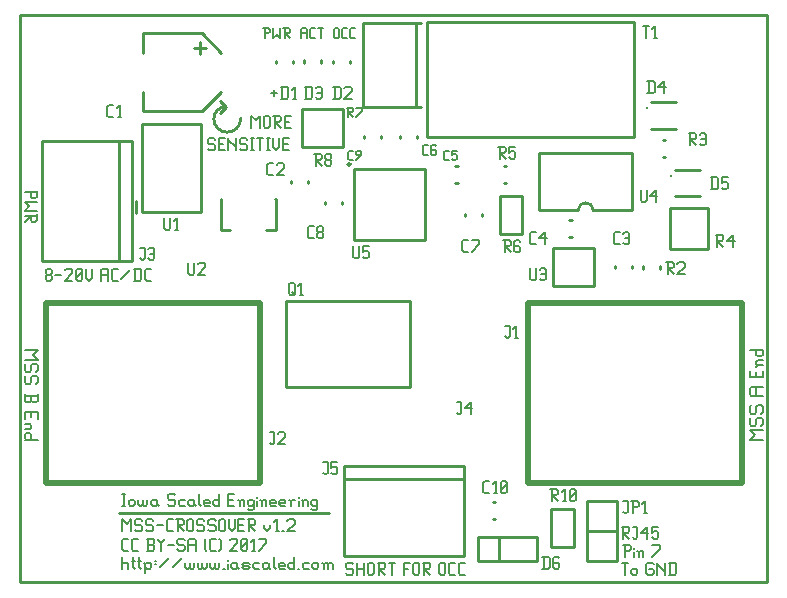
<source format=gbr>
G04 start of page 9 for group -4079 idx -4079 *
G04 Title: (unknown), topsilk *
G04 Creator: pcb 20140316 *
G04 CreationDate: Fri 02 Jun 2017 03:09:38 AM GMT UTC *
G04 For: railfan *
G04 Format: Gerber/RS-274X *
G04 PCB-Dimensions (mil): 2500.00 1900.00 *
G04 PCB-Coordinate-Origin: lower left *
%MOIN*%
%FSLAX25Y25*%
%LNTOPSILK*%
%ADD96C,0.0200*%
%ADD95C,0.0080*%
%ADD94C,0.0100*%
G54D94*X249500Y189500D02*X500D01*
Y500D01*
X69000Y159000D02*X67000Y161000D01*
X69000Y159000D02*X67000Y157000D01*
X500Y500D02*X249500D01*
Y189500D01*
X33500Y23500D02*X103500D01*
X74000Y155000D02*G75*G02X69500Y150500I-4500J0D01*G01*
G75*G02X65000Y155000I0J4500D01*G01*
G75*G02X69000Y159000I4000J0D01*G01*
G54D95*X94000Y184725D02*Y181750D01*
Y184725D02*X94425Y185150D01*
X95700D01*
X96125Y184725D01*
Y181750D01*
X94000Y183450D02*X96125D01*
X97570Y181750D02*X98845D01*
X97145Y182175D02*X97570Y181750D01*
X97145Y184725D02*Y182175D01*
Y184725D02*X97570Y185150D01*
X98845D01*
X99865D02*X101565D01*
X100715D02*Y181750D01*
X105000Y184725D02*Y182175D01*
Y184725D02*X105425Y185150D01*
X106275D01*
X106700Y184725D01*
Y182175D01*
X106275Y181750D02*X106700Y182175D01*
X105425Y181750D02*X106275D01*
X105000Y182175D02*X105425Y181750D01*
X108145D02*X109420D01*
X107720Y182175D02*X108145Y181750D01*
X107720Y184725D02*Y182175D01*
Y184725D02*X108145Y185150D01*
X109420D01*
X110865Y181750D02*X112140D01*
X110440Y182175D02*X110865Y181750D01*
X110440Y184725D02*Y182175D01*
Y184725D02*X110865Y185150D01*
X112140D01*
X81925D02*Y181750D01*
X81500Y185150D02*X83200D01*
X83625Y184725D01*
Y183875D01*
X83200Y183450D02*X83625Y183875D01*
X81925Y183450D02*X83200D01*
X84645Y185150D02*Y181750D01*
X85920Y183025D01*
X87195Y181750D01*
Y185150D02*Y181750D01*
X88215Y185150D02*X89915D01*
X90340Y184725D01*
Y183875D01*
X89915Y183450D02*X90340Y183875D01*
X88640Y183450D02*X89915D01*
X88640Y185150D02*Y181750D01*
Y183450D02*X90340Y181750D01*
X84000Y163500D02*X86000D01*
X85000Y164500D02*Y162500D01*
X77500Y156000D02*Y152000D01*
Y156000D02*X79000Y154500D01*
X80500Y156000D01*
Y152000D01*
X81700Y155500D02*Y152500D01*
Y155500D02*X82200Y156000D01*
X83200D01*
X83700Y155500D01*
Y152500D01*
X83200Y152000D02*X83700Y152500D01*
X82200Y152000D02*X83200D01*
X81700Y152500D02*X82200Y152000D01*
X84900Y156000D02*X86900D01*
X87400Y155500D01*
Y154500D01*
X86900Y154000D02*X87400Y154500D01*
X85400Y154000D02*X86900D01*
X85400Y156000D02*Y152000D01*
Y154000D02*X87400Y152000D01*
X88600Y154000D02*X90100D01*
X88600Y152000D02*X90600D01*
X88600Y156000D02*Y152000D01*
Y156000D02*X90600D01*
X65000Y148500D02*X65500Y148000D01*
X63500Y148500D02*X65000D01*
X63000Y148000D02*X63500Y148500D01*
X63000Y148000D02*Y147000D01*
X63500Y146500D01*
X65000D01*
X65500Y146000D01*
Y145000D01*
X65000Y144500D02*X65500Y145000D01*
X63500Y144500D02*X65000D01*
X63000Y145000D02*X63500Y144500D01*
X66700Y146500D02*X68200D01*
X66700Y144500D02*X68700D01*
X66700Y148500D02*Y144500D01*
Y148500D02*X68700D01*
X69900D02*Y144500D01*
Y148500D02*Y148000D01*
X72400Y145500D01*
Y148500D02*Y144500D01*
X75600Y148500D02*X76100Y148000D01*
X74100Y148500D02*X75600D01*
X73600Y148000D02*X74100Y148500D01*
X73600Y148000D02*Y147000D01*
X74100Y146500D01*
X75600D01*
X76100Y146000D01*
Y145000D01*
X75600Y144500D02*X76100Y145000D01*
X74100Y144500D02*X75600D01*
X73600Y145000D02*X74100Y144500D01*
X77300Y148500D02*X78300D01*
X77800D02*Y144500D01*
X77300D02*X78300D01*
X79500Y148500D02*X81500D01*
X80500D02*Y144500D01*
X82700Y148500D02*X83700D01*
X83200D02*Y144500D01*
X82700D02*X83700D01*
X84900Y148500D02*Y145500D01*
X85900Y144500D01*
X86900Y145500D01*
Y148500D02*Y145500D01*
X88100Y146500D02*X89600D01*
X88100Y144500D02*X90100D01*
X88100Y148500D02*Y144500D01*
Y148500D02*X90100D01*
X243600Y48000D02*X248000D01*
X243600D02*X245250Y49650D01*
X243600Y51300D01*
X248000D01*
X243600Y54820D02*X244150Y55370D01*
X243600Y54820D02*Y53170D01*
X244150Y52620D02*X243600Y53170D01*
X244150Y52620D02*X245250D01*
X245800Y53170D01*
Y54820D02*Y53170D01*
Y54820D02*X246350Y55370D01*
X247450D01*
X248000Y54820D02*X247450Y55370D01*
X248000Y54820D02*Y53170D01*
X247450Y52620D02*X248000Y53170D01*
X243600Y58890D02*X244150Y59440D01*
X243600Y58890D02*Y57240D01*
X244150Y56690D02*X243600Y57240D01*
X244150Y56690D02*X245250D01*
X245800Y57240D01*
Y58890D02*Y57240D01*
Y58890D02*X246350Y59440D01*
X247450D01*
X248000Y58890D02*X247450Y59440D01*
X248000Y58890D02*Y57240D01*
X247450Y56690D02*X248000Y57240D01*
X244150Y62740D02*X248000D01*
X244150D02*X243600Y63290D01*
Y64940D02*Y63290D01*
Y64940D02*X244150Y65490D01*
X248000D01*
X245800D02*Y62740D01*
Y70440D02*Y68790D01*
X248000Y70990D02*Y68790D01*
X243600D02*X248000D01*
X243600Y70990D02*Y68790D01*
X246350Y72860D02*X248000D01*
X246350D02*X245800Y73410D01*
Y73960D02*Y73410D01*
Y73960D02*X246350Y74510D01*
X248000D01*
X245800Y72310D02*X246350Y72860D01*
X243600Y78030D02*X248000D01*
Y77480D02*X247450Y78030D01*
X248000Y77480D02*Y76380D01*
X247450Y75830D02*X248000Y76380D01*
X246350Y75830D02*X247450D01*
X246350D02*X245800Y76380D01*
Y77480D02*Y76380D01*
Y77480D02*X246350Y78030D01*
X111000Y7000D02*X111500Y6500D01*
X109500Y7000D02*X111000D01*
X109000Y6500D02*X109500Y7000D01*
X109000Y6500D02*Y5500D01*
X109500Y5000D01*
X111000D01*
X111500Y4500D01*
Y3500D01*
X111000Y3000D02*X111500Y3500D01*
X109500Y3000D02*X111000D01*
X109000Y3500D02*X109500Y3000D01*
X112700Y7000D02*Y3000D01*
X115200Y7000D02*Y3000D01*
X112700Y5000D02*X115200D01*
X116400Y6500D02*Y3500D01*
Y6500D02*X116900Y7000D01*
X117900D01*
X118400Y6500D01*
Y3500D01*
X117900Y3000D02*X118400Y3500D01*
X116900Y3000D02*X117900D01*
X116400Y3500D02*X116900Y3000D01*
X119600Y7000D02*X121600D01*
X122100Y6500D01*
Y5500D01*
X121600Y5000D02*X122100Y5500D01*
X120100Y5000D02*X121600D01*
X120100Y7000D02*Y3000D01*
Y5000D02*X122100Y3000D01*
X123300Y7000D02*X125300D01*
X124300D02*Y3000D01*
X128300Y7000D02*Y3000D01*
Y7000D02*X130300D01*
X128300Y5000D02*X129800D01*
X131500Y6500D02*Y3500D01*
Y6500D02*X132000Y7000D01*
X133000D01*
X133500Y6500D01*
Y3500D01*
X133000Y3000D02*X133500Y3500D01*
X132000Y3000D02*X133000D01*
X131500Y3500D02*X132000Y3000D01*
X134700Y7000D02*X136700D01*
X137200Y6500D01*
Y5500D01*
X136700Y5000D02*X137200Y5500D01*
X135200Y5000D02*X136700D01*
X135200Y7000D02*Y3000D01*
Y5000D02*X137200Y3000D01*
X140200Y6500D02*Y3500D01*
Y6500D02*X140700Y7000D01*
X141700D01*
X142200Y6500D01*
Y3500D01*
X141700Y3000D02*X142200Y3500D01*
X140700Y3000D02*X141700D01*
X140200Y3500D02*X140700Y3000D01*
X143900D02*X145400D01*
X143400Y3500D02*X143900Y3000D01*
X143400Y6500D02*Y3500D01*
Y6500D02*X143900Y7000D01*
X145400D01*
X147100Y3000D02*X148600D01*
X146600Y3500D02*X147100Y3000D01*
X146600Y6500D02*Y3500D01*
Y6500D02*X147100Y7000D01*
X148600D01*
X202000Y13000D02*Y9000D01*
X201500Y13000D02*X203500D01*
X204000Y12500D01*
Y11500D01*
X203500Y11000D02*X204000Y11500D01*
X202000Y11000D02*X203500D01*
X205200Y12000D02*Y11500D01*
Y10500D02*Y9000D01*
X206700Y10500D02*Y9000D01*
Y10500D02*X207200Y11000D01*
X207700D01*
X208200Y10500D01*
Y9000D01*
X206200Y11000D02*X206700Y10500D01*
X211200Y9000D02*X213700Y11500D01*
Y13000D02*Y11500D01*
X211200Y13000D02*X213700D01*
X201000Y19000D02*X203000D01*
X203500Y18500D01*
Y17500D01*
X203000Y17000D02*X203500Y17500D01*
X201500Y17000D02*X203000D01*
X201500Y19000D02*Y15000D01*
Y17000D02*X203500Y15000D01*
X204700Y19000D02*X206200D01*
Y15500D01*
X205700Y15000D02*X206200Y15500D01*
X205200Y15000D02*X205700D01*
X204700Y15500D02*X205200Y15000D01*
X207400Y17000D02*X209400Y19000D01*
X207400Y17000D02*X209900D01*
X209400Y19000D02*Y15000D01*
X211100Y19000D02*X213100D01*
X211100D02*Y17000D01*
X211600Y17500D01*
X212600D01*
X213100Y17000D01*
Y15500D01*
X212600Y15000D02*X213100Y15500D01*
X211600Y15000D02*X212600D01*
X211100Y15500D02*X211600Y15000D01*
X201000Y7000D02*X203000D01*
X202000D02*Y3000D01*
X204200Y4500D02*Y3500D01*
Y4500D02*X204700Y5000D01*
X205700D01*
X206200Y4500D01*
Y3500D01*
X205700Y3000D02*X206200Y3500D01*
X204700Y3000D02*X205700D01*
X204200Y3500D02*X204700Y3000D01*
X211200Y7000D02*X211700Y6500D01*
X209700Y7000D02*X211200D01*
X209200Y6500D02*X209700Y7000D01*
X209200Y6500D02*Y3500D01*
X209700Y3000D01*
X211200D01*
X211700Y3500D01*
Y4500D02*Y3500D01*
X211200Y5000D02*X211700Y4500D01*
X210200Y5000D02*X211200D01*
X212900Y7000D02*Y3000D01*
Y7000D02*Y6500D01*
X215400Y4000D01*
Y7000D02*Y3000D01*
X217100Y7000D02*Y3000D01*
X218600Y7000D02*X219100Y6500D01*
Y3500D01*
X218600Y3000D02*X219100Y3500D01*
X216600Y3000D02*X218600D01*
X216600Y7000D02*X218600D01*
X34500Y9000D02*Y5000D01*
Y6500D02*X35000Y7000D01*
X36000D01*
X36500Y6500D01*
Y5000D01*
X38200Y9000D02*Y5500D01*
X38700Y5000D01*
X37700Y7500D02*X38700D01*
X40200Y9000D02*Y5500D01*
X40700Y5000D01*
X39700Y7500D02*X40700D01*
X42200Y6500D02*Y3500D01*
X41700Y7000D02*X42200Y6500D01*
X42700Y7000D01*
X43700D01*
X44200Y6500D01*
Y5500D01*
X43700Y5000D02*X44200Y5500D01*
X42700Y5000D02*X43700D01*
X42200Y5500D02*X42700Y5000D01*
X45400Y7500D02*X45900D01*
X45400Y6500D02*X45900D01*
X47100Y5500D02*X50100Y8500D01*
X51300Y5500D02*X54300Y8500D01*
X55500Y7000D02*Y5500D01*
X56000Y5000D01*
X56500D01*
X57000Y5500D01*
Y7000D02*Y5500D01*
X57500Y5000D01*
X58000D01*
X58500Y5500D01*
Y7000D02*Y5500D01*
X59700Y7000D02*Y5500D01*
X60200Y5000D01*
X60700D01*
X61200Y5500D01*
Y7000D02*Y5500D01*
X61700Y5000D01*
X62200D01*
X62700Y5500D01*
Y7000D02*Y5500D01*
X63900Y7000D02*Y5500D01*
X64400Y5000D01*
X64900D01*
X65400Y5500D01*
Y7000D02*Y5500D01*
X65900Y5000D01*
X66400D01*
X66900Y5500D01*
Y7000D02*Y5500D01*
X68100Y5000D02*X68600D01*
X69800Y8000D02*Y7500D01*
Y6500D02*Y5000D01*
X72300Y7000D02*X72800Y6500D01*
X71300Y7000D02*X72300D01*
X70800Y6500D02*X71300Y7000D01*
X70800Y6500D02*Y5500D01*
X71300Y5000D01*
X72800Y7000D02*Y5500D01*
X73300Y5000D01*
X71300D02*X72300D01*
X72800Y5500D01*
X75000Y5000D02*X76500D01*
X77000Y5500D01*
X76500Y6000D02*X77000Y5500D01*
X75000Y6000D02*X76500D01*
X74500Y6500D02*X75000Y6000D01*
X74500Y6500D02*X75000Y7000D01*
X76500D01*
X77000Y6500D01*
X74500Y5500D02*X75000Y5000D01*
X78700Y7000D02*X80200D01*
X78200Y6500D02*X78700Y7000D01*
X78200Y6500D02*Y5500D01*
X78700Y5000D01*
X80200D01*
X82900Y7000D02*X83400Y6500D01*
X81900Y7000D02*X82900D01*
X81400Y6500D02*X81900Y7000D01*
X81400Y6500D02*Y5500D01*
X81900Y5000D01*
X83400Y7000D02*Y5500D01*
X83900Y5000D01*
X81900D02*X82900D01*
X83400Y5500D01*
X85100Y9000D02*Y5500D01*
X85600Y5000D01*
X87100D02*X88600D01*
X86600Y5500D02*X87100Y5000D01*
X86600Y6500D02*Y5500D01*
Y6500D02*X87100Y7000D01*
X88100D01*
X88600Y6500D01*
X86600Y6000D02*X88600D01*
Y6500D02*Y6000D01*
X91800Y9000D02*Y5000D01*
X91300D02*X91800Y5500D01*
X90300Y5000D02*X91300D01*
X89800Y5500D02*X90300Y5000D01*
X89800Y6500D02*Y5500D01*
Y6500D02*X90300Y7000D01*
X91300D01*
X91800Y6500D01*
X93000Y5000D02*X93500D01*
X95200Y7000D02*X96700D01*
X94700Y6500D02*X95200Y7000D01*
X94700Y6500D02*Y5500D01*
X95200Y5000D01*
X96700D01*
X97900Y6500D02*Y5500D01*
Y6500D02*X98400Y7000D01*
X99400D01*
X99900Y6500D01*
Y5500D01*
X99400Y5000D02*X99900Y5500D01*
X98400Y5000D02*X99400D01*
X97900Y5500D02*X98400Y5000D01*
X101600Y6500D02*Y5000D01*
Y6500D02*X102100Y7000D01*
X102600D01*
X103100Y6500D01*
Y5000D01*
Y6500D02*X103600Y7000D01*
X104100D01*
X104600Y6500D01*
Y5000D01*
X101100Y7000D02*X101600Y6500D01*
X35000Y11000D02*X36500D01*
X34500Y11500D02*X35000Y11000D01*
X34500Y14500D02*Y11500D01*
Y14500D02*X35000Y15000D01*
X36500D01*
X38200Y11000D02*X39700D01*
X37700Y11500D02*X38200Y11000D01*
X37700Y14500D02*Y11500D01*
Y14500D02*X38200Y15000D01*
X39700D01*
X42700Y11000D02*X44700D01*
X45200Y11500D01*
Y12500D02*Y11500D01*
X44700Y13000D02*X45200Y12500D01*
X43200Y13000D02*X44700D01*
X43200Y15000D02*Y11000D01*
X42700Y15000D02*X44700D01*
X45200Y14500D01*
Y13500D01*
X44700Y13000D02*X45200Y13500D01*
X46400Y15000D02*Y14500D01*
X47400Y13500D01*
X48400Y14500D01*
Y15000D02*Y14500D01*
X47400Y13500D02*Y11000D01*
X49600Y13000D02*X51600D01*
X54800Y15000D02*X55300Y14500D01*
X53300Y15000D02*X54800D01*
X52800Y14500D02*X53300Y15000D01*
X52800Y14500D02*Y13500D01*
X53300Y13000D01*
X54800D01*
X55300Y12500D01*
Y11500D01*
X54800Y11000D02*X55300Y11500D01*
X53300Y11000D02*X54800D01*
X52800Y11500D02*X53300Y11000D01*
X56500Y14500D02*Y11000D01*
Y14500D02*X57000Y15000D01*
X58500D01*
X59000Y14500D01*
Y11000D01*
X56500Y13000D02*X59000D01*
X62000Y11500D02*X62500Y11000D01*
X62000Y14500D02*X62500Y15000D01*
X62000Y14500D02*Y11500D01*
X64200Y11000D02*X65700D01*
X63700Y11500D02*X64200Y11000D01*
X63700Y14500D02*Y11500D01*
Y14500D02*X64200Y15000D01*
X65700D01*
X66900D02*X67400Y14500D01*
Y11500D01*
X66900Y11000D02*X67400Y11500D01*
X70400Y14500D02*X70900Y15000D01*
X72400D01*
X72900Y14500D01*
Y13500D01*
X70400Y11000D02*X72900Y13500D01*
X70400Y11000D02*X72900D01*
X74100Y11500D02*X74600Y11000D01*
X74100Y14500D02*Y11500D01*
Y14500D02*X74600Y15000D01*
X75600D01*
X76100Y14500D01*
Y11500D01*
X75600Y11000D02*X76100Y11500D01*
X74600Y11000D02*X75600D01*
X74100Y12000D02*X76100Y14000D01*
X77800Y11000D02*X78800D01*
X78300Y15000D02*Y11000D01*
X77300Y14000D02*X78300Y15000D01*
X80000Y11000D02*X82500Y13500D01*
Y15000D02*Y13500D01*
X80000Y15000D02*X82500D01*
X2000Y78000D02*X6400D01*
X4750Y76350D01*
X6400Y74700D01*
X2000D02*X6400D01*
Y71180D02*X5850Y70630D01*
X6400Y72830D02*Y71180D01*
X5850Y73380D02*X6400Y72830D01*
X4750Y73380D02*X5850D01*
X4750D02*X4200Y72830D01*
Y71180D01*
X3650Y70630D01*
X2550D02*X3650D01*
X2000Y71180D02*X2550Y70630D01*
X2000Y72830D02*Y71180D01*
X2550Y73380D02*X2000Y72830D01*
X6400Y67110D02*X5850Y66560D01*
X6400Y68760D02*Y67110D01*
X5850Y69310D02*X6400Y68760D01*
X4750Y69310D02*X5850D01*
X4750D02*X4200Y68760D01*
Y67110D01*
X3650Y66560D01*
X2550D02*X3650D01*
X2000Y67110D02*X2550Y66560D01*
X2000Y68760D02*Y67110D01*
X2550Y69310D02*X2000Y68760D01*
Y63260D02*Y61060D01*
X2550Y60510D01*
X3650D01*
X4200Y61060D02*X3650Y60510D01*
X4200Y62710D02*Y61060D01*
X2000Y62710D02*X6400D01*
Y63260D02*Y61060D01*
X5850Y60510D01*
X4750D02*X5850D01*
X4200Y61060D02*X4750Y60510D01*
X4200Y57210D02*Y55560D01*
X2000Y57210D02*Y55010D01*
Y57210D02*X6400D01*
Y55010D01*
X2000Y53140D02*X3650D01*
X4200Y52590D01*
Y52040D01*
X3650Y51490D01*
X2000D02*X3650D01*
X4200Y53690D02*X3650Y53140D01*
X2000Y47970D02*X6400D01*
X2000Y48520D02*X2550Y47970D01*
X2000Y49620D02*Y48520D01*
X2550Y50170D02*X2000Y49620D01*
X2550Y50170D02*X3650D01*
X4200Y49620D01*
Y48520D01*
X3650Y47970D01*
X9000Y101500D02*X9500Y101000D01*
X9000Y102500D02*Y101500D01*
Y102500D02*X9500Y103000D01*
X10500D01*
X11000Y102500D01*
Y101500D01*
X10500Y101000D02*X11000Y101500D01*
X9500Y101000D02*X10500D01*
X9000Y103500D02*X9500Y103000D01*
X9000Y104500D02*Y103500D01*
Y104500D02*X9500Y105000D01*
X10500D01*
X11000Y104500D01*
Y103500D01*
X10500Y103000D02*X11000Y103500D01*
X12200Y103000D02*X14200D01*
X15400Y104500D02*X15900Y105000D01*
X17400D01*
X17900Y104500D01*
Y103500D01*
X15400Y101000D02*X17900Y103500D01*
X15400Y101000D02*X17900D01*
X19100Y101500D02*X19600Y101000D01*
X19100Y104500D02*Y101500D01*
Y104500D02*X19600Y105000D01*
X20600D01*
X21100Y104500D01*
Y101500D01*
X20600Y101000D02*X21100Y101500D01*
X19600Y101000D02*X20600D01*
X19100Y102000D02*X21100Y104000D01*
X22300Y105000D02*Y102000D01*
X23300Y101000D01*
X24300Y102000D01*
Y105000D02*Y102000D01*
X27300Y104500D02*Y101000D01*
Y104500D02*X27800Y105000D01*
X29300D01*
X29800Y104500D01*
Y101000D01*
X27300Y103000D02*X29800D01*
X31500Y101000D02*X33000D01*
X31000Y101500D02*X31500Y101000D01*
X31000Y104500D02*Y101500D01*
Y104500D02*X31500Y105000D01*
X33000D01*
X34200Y101500D02*X37200Y104500D01*
X38900Y105000D02*Y101000D01*
X40400Y105000D02*X40900Y104500D01*
Y101500D01*
X40400Y101000D02*X40900Y101500D01*
X38400Y101000D02*X40400D01*
X38400Y105000D02*X40400D01*
X42600Y101000D02*X44100D01*
X42100Y101500D02*X42600Y101000D01*
X42100Y104500D02*Y101500D01*
Y104500D02*X42600Y105000D01*
X44100D01*
X2000Y130500D02*X6000D01*
Y131000D02*Y129000D01*
X5500Y128500D01*
X4500D02*X5500D01*
X4000Y129000D02*X4500Y128500D01*
X4000Y130500D02*Y129000D01*
X2000Y127300D02*X6000D01*
X2000D02*X3500Y125800D01*
X2000Y124300D01*
X6000D01*
Y123100D02*Y121100D01*
X5500Y120600D01*
X4500D02*X5500D01*
X4000Y121100D02*X4500Y120600D01*
X4000Y122600D02*Y121100D01*
X2000Y122600D02*X6000D01*
X4000D02*X2000Y120600D01*
X34500Y30000D02*X35500D01*
X35000D02*Y26000D01*
X34500D02*X35500D01*
X36700Y27500D02*Y26500D01*
Y27500D02*X37200Y28000D01*
X38200D01*
X38700Y27500D01*
Y26500D01*
X38200Y26000D02*X38700Y26500D01*
X37200Y26000D02*X38200D01*
X36700Y26500D02*X37200Y26000D01*
X39900Y28000D02*Y26500D01*
X40400Y26000D01*
X40900D01*
X41400Y26500D01*
Y28000D02*Y26500D01*
X41900Y26000D01*
X42400D01*
X42900Y26500D01*
Y28000D02*Y26500D01*
X45600Y28000D02*X46100Y27500D01*
X44600Y28000D02*X45600D01*
X44100Y27500D02*X44600Y28000D01*
X44100Y27500D02*Y26500D01*
X44600Y26000D01*
X46100Y28000D02*Y26500D01*
X46600Y26000D01*
X44600D02*X45600D01*
X46100Y26500D01*
X51600Y30000D02*X52100Y29500D01*
X50100Y30000D02*X51600D01*
X49600Y29500D02*X50100Y30000D01*
X49600Y29500D02*Y28500D01*
X50100Y28000D01*
X51600D01*
X52100Y27500D01*
Y26500D01*
X51600Y26000D02*X52100Y26500D01*
X50100Y26000D02*X51600D01*
X49600Y26500D02*X50100Y26000D01*
X53800Y28000D02*X55300D01*
X53300Y27500D02*X53800Y28000D01*
X53300Y27500D02*Y26500D01*
X53800Y26000D01*
X55300D01*
X58000Y28000D02*X58500Y27500D01*
X57000Y28000D02*X58000D01*
X56500Y27500D02*X57000Y28000D01*
X56500Y27500D02*Y26500D01*
X57000Y26000D01*
X58500Y28000D02*Y26500D01*
X59000Y26000D01*
X57000D02*X58000D01*
X58500Y26500D01*
X60200Y30000D02*Y26500D01*
X60700Y26000D01*
X62200D02*X63700D01*
X61700Y26500D02*X62200Y26000D01*
X61700Y27500D02*Y26500D01*
Y27500D02*X62200Y28000D01*
X63200D01*
X63700Y27500D01*
X61700Y27000D02*X63700D01*
Y27500D02*Y27000D01*
X66900Y30000D02*Y26000D01*
X66400D02*X66900Y26500D01*
X65400Y26000D02*X66400D01*
X64900Y26500D02*X65400Y26000D01*
X64900Y27500D02*Y26500D01*
Y27500D02*X65400Y28000D01*
X66400D01*
X66900Y27500D01*
X69900Y28000D02*X71400D01*
X69900Y26000D02*X71900D01*
X69900Y30000D02*Y26000D01*
Y30000D02*X71900D01*
X73600Y27500D02*Y26000D01*
Y27500D02*X74100Y28000D01*
X74600D01*
X75100Y27500D01*
Y26000D01*
X73100Y28000D02*X73600Y27500D01*
X77800Y28000D02*X78300Y27500D01*
X76800Y28000D02*X77800D01*
X76300Y27500D02*X76800Y28000D01*
X76300Y27500D02*Y26500D01*
X76800Y26000D01*
X77800D01*
X78300Y26500D01*
X76300Y25000D02*X76800Y24500D01*
X77800D01*
X78300Y25000D01*
Y28000D02*Y25000D01*
X79500Y29000D02*Y28500D01*
Y27500D02*Y26000D01*
X81000Y27500D02*Y26000D01*
Y27500D02*X81500Y28000D01*
X82000D01*
X82500Y27500D01*
Y26000D01*
X80500Y28000D02*X81000Y27500D01*
X84200Y26000D02*X85700D01*
X83700Y26500D02*X84200Y26000D01*
X83700Y27500D02*Y26500D01*
Y27500D02*X84200Y28000D01*
X85200D01*
X85700Y27500D01*
X83700Y27000D02*X85700D01*
Y27500D02*Y27000D01*
X87400Y26000D02*X88900D01*
X86900Y26500D02*X87400Y26000D01*
X86900Y27500D02*Y26500D01*
Y27500D02*X87400Y28000D01*
X88400D01*
X88900Y27500D01*
X86900Y27000D02*X88900D01*
Y27500D02*Y27000D01*
X90600Y27500D02*Y26000D01*
Y27500D02*X91100Y28000D01*
X92100D01*
X90100D02*X90600Y27500D01*
X93300Y29000D02*Y28500D01*
Y27500D02*Y26000D01*
X94800Y27500D02*Y26000D01*
Y27500D02*X95300Y28000D01*
X95800D01*
X96300Y27500D01*
Y26000D01*
X94300Y28000D02*X94800Y27500D01*
X99000Y28000D02*X99500Y27500D01*
X98000Y28000D02*X99000D01*
X97500Y27500D02*X98000Y28000D01*
X97500Y27500D02*Y26500D01*
X98000Y26000D01*
X99000D01*
X99500Y26500D01*
X97500Y25000D02*X98000Y24500D01*
X99000D01*
X99500Y25000D01*
Y28000D02*Y25000D01*
X34500Y21500D02*Y17500D01*
Y21500D02*X36000Y20000D01*
X37500Y21500D01*
Y17500D01*
X40700Y21500D02*X41200Y21000D01*
X39200Y21500D02*X40700D01*
X38700Y21000D02*X39200Y21500D01*
X38700Y21000D02*Y20000D01*
X39200Y19500D01*
X40700D01*
X41200Y19000D01*
Y18000D01*
X40700Y17500D02*X41200Y18000D01*
X39200Y17500D02*X40700D01*
X38700Y18000D02*X39200Y17500D01*
X44400Y21500D02*X44900Y21000D01*
X42900Y21500D02*X44400D01*
X42400Y21000D02*X42900Y21500D01*
X42400Y21000D02*Y20000D01*
X42900Y19500D01*
X44400D01*
X44900Y19000D01*
Y18000D01*
X44400Y17500D02*X44900Y18000D01*
X42900Y17500D02*X44400D01*
X42400Y18000D02*X42900Y17500D01*
X46100Y19500D02*X48100D01*
X49800Y17500D02*X51300D01*
X49300Y18000D02*X49800Y17500D01*
X49300Y21000D02*Y18000D01*
Y21000D02*X49800Y21500D01*
X51300D01*
X52500D02*X54500D01*
X55000Y21000D01*
Y20000D01*
X54500Y19500D02*X55000Y20000D01*
X53000Y19500D02*X54500D01*
X53000Y21500D02*Y17500D01*
Y19500D02*X55000Y17500D01*
X56200Y21000D02*Y18000D01*
Y21000D02*X56700Y21500D01*
X57700D01*
X58200Y21000D01*
Y18000D01*
X57700Y17500D02*X58200Y18000D01*
X56700Y17500D02*X57700D01*
X56200Y18000D02*X56700Y17500D01*
X61400Y21500D02*X61900Y21000D01*
X59900Y21500D02*X61400D01*
X59400Y21000D02*X59900Y21500D01*
X59400Y21000D02*Y20000D01*
X59900Y19500D01*
X61400D01*
X61900Y19000D01*
Y18000D01*
X61400Y17500D02*X61900Y18000D01*
X59900Y17500D02*X61400D01*
X59400Y18000D02*X59900Y17500D01*
X65100Y21500D02*X65600Y21000D01*
X63600Y21500D02*X65100D01*
X63100Y21000D02*X63600Y21500D01*
X63100Y21000D02*Y20000D01*
X63600Y19500D01*
X65100D01*
X65600Y19000D01*
Y18000D01*
X65100Y17500D02*X65600Y18000D01*
X63600Y17500D02*X65100D01*
X63100Y18000D02*X63600Y17500D01*
X66800Y21000D02*Y18000D01*
Y21000D02*X67300Y21500D01*
X68300D01*
X68800Y21000D01*
Y18000D01*
X68300Y17500D02*X68800Y18000D01*
X67300Y17500D02*X68300D01*
X66800Y18000D02*X67300Y17500D01*
X70000Y21500D02*Y18500D01*
X71000Y17500D01*
X72000Y18500D01*
Y21500D02*Y18500D01*
X73200Y19500D02*X74700D01*
X73200Y17500D02*X75200D01*
X73200Y21500D02*Y17500D01*
Y21500D02*X75200D01*
X76400D02*X78400D01*
X78900Y21000D01*
Y20000D01*
X78400Y19500D02*X78900Y20000D01*
X76900Y19500D02*X78400D01*
X76900Y21500D02*Y17500D01*
Y19500D02*X78900Y17500D01*
X81900Y19500D02*Y18500D01*
X82900Y17500D01*
X83900Y18500D01*
Y19500D02*Y18500D01*
X85600Y17500D02*X86600D01*
X86100Y21500D02*Y17500D01*
X85100Y20500D02*X86100Y21500D01*
X87800Y17500D02*X88300D01*
X89500Y21000D02*X90000Y21500D01*
X91500D01*
X92000Y21000D01*
Y20000D01*
X89500Y17500D02*X92000Y20000D01*
X89500Y17500D02*X92000D01*
G54D96*X9000Y33500D02*X80300D01*
X9000Y93500D02*X80300D01*
Y33500D01*
X9000Y93500D02*X8980Y33500D01*
G54D94*X89100Y94200D02*X130500D01*
X89100D02*Y65700D01*
X130500D01*
Y94200D02*Y65700D01*
X110255Y174393D02*Y173607D01*
X104745Y174393D02*Y173607D01*
X41508Y183492D02*Y176996D01*
Y164004D02*Y157508D01*
X60996D01*
X41508Y183492D02*X60996D01*
Y157508D02*X67492Y164004D01*
X60996Y183492D02*X67492Y176996D01*
X60500Y180500D02*Y176500D01*
X58500Y178500D02*X62500D01*
X107755Y127393D02*Y126607D01*
X102245Y127393D02*Y126607D01*
X85750Y128401D02*Y117771D01*
X67250Y128401D02*Y117771D01*
X82500D02*X85750D01*
X67250D02*X70500D01*
X85571Y128401D02*X85750D01*
X67250D02*X67429D01*
X7700Y147500D02*Y107500D01*
X37700Y147500D02*Y107500D01*
X33300Y147500D02*Y107500D01*
X7700Y147500D02*X37700D01*
X7700Y107500D02*X37700D01*
X108190Y158299D02*Y145701D01*
X94410D02*X108190D01*
X94410Y158299D02*Y145701D01*
Y158299D02*X108190D01*
X100755Y174436D02*Y173650D01*
X95245Y174436D02*Y173650D01*
X91255Y174393D02*Y173607D01*
X85745Y174393D02*Y173607D01*
X90745Y134350D02*Y133564D01*
X96255Y134350D02*Y133564D01*
X114900Y159050D02*X134100D01*
X114900Y186950D02*X134100D01*
X114900D02*Y159050D01*
X132500Y186950D02*Y159050D01*
X127245Y149393D02*Y148607D01*
X132755Y149393D02*Y148607D01*
X145564Y139255D02*X146350D01*
X145564Y133745D02*X146350D01*
X111689Y138311D02*X135311D01*
Y114689D01*
X111689D01*
Y138311D01*
X109689Y139811D02*G75*G03X109689Y139811I500J0D01*G01*
X60800Y153200D02*Y123800D01*
X41200Y153200D02*X60800D01*
X41200Y123800D02*X60800D01*
X41200Y153200D02*Y123800D01*
X39000Y127500D02*Y123500D01*
X218800Y137900D02*X227200D01*
X218800Y129100D02*X227200D01*
X217400Y136060D03*
X217201Y125390D02*X229799D01*
Y111610D01*
X217201D02*X229799D01*
X217201Y125390D02*Y111610D01*
X214607Y142245D02*X215393D01*
X214607Y147755D02*X215393D01*
X208245Y105850D02*Y105064D01*
X213755Y105850D02*Y105064D01*
X136000Y187250D02*X205000D01*
X136000Y148750D02*X205000D01*
X136000Y187250D02*Y148750D01*
X205000Y187250D02*Y148750D01*
X148745Y123393D02*Y122607D01*
X154255Y123393D02*Y122607D01*
X167741Y129299D02*Y116701D01*
X160259D02*X167741D01*
X160259Y129299D02*Y116701D01*
Y129299D02*X167741D01*
X210786Y160460D02*X219186D01*
X210786Y151660D02*X219186D01*
X209386Y158620D03*
X161607Y139255D02*X162393D01*
X161607Y133745D02*X162393D01*
X204500Y143500D02*Y124500D01*
X173500Y143500D02*X204500D01*
X173500D02*Y124500D01*
X191500D02*X204500D01*
X173500D02*X186500D01*
X191500D02*G75*G03X186500Y124500I-2500J0D01*G01*
X183564Y121255D02*X184350D01*
X183564Y115745D02*X184350D01*
X178000Y99200D02*X191900D01*
Y112000D02*Y99200D01*
X178000Y112000D02*X191900D01*
X178000D02*Y99200D01*
X204255Y105893D02*Y105107D01*
X198745Y105893D02*Y105107D01*
X158107Y21702D02*X158893D01*
X158107Y27212D02*X158893D01*
X184968Y24876D02*Y12278D01*
X177486D02*X184968D01*
X177486Y24876D02*Y12278D01*
Y24876D02*X184968D01*
X153200Y7500D02*X172900D01*
X153200Y15500D02*X172900D01*
X153200Y7500D02*Y15500D01*
X172900Y7500D02*Y15500D01*
X160000Y7500D02*Y15500D01*
X115245Y149393D02*Y148607D01*
X120755Y149393D02*Y148607D01*
X108500Y9200D02*X148500D01*
X108500Y39200D02*X148500D01*
X108500Y34800D02*X148500D01*
X108500Y39200D02*Y9200D01*
X148500Y39200D02*Y9200D01*
G54D96*X169700Y93500D02*X241000D01*
X169700Y33500D02*X241000D01*
X169700Y93500D02*Y33500D01*
X241000D02*X241020Y93500D01*
G54D94*X189500Y27500D02*Y7500D01*
X199500D01*
Y27500D01*
X189500D01*
Y17500D02*X199500D01*
Y27500D01*
G54D95*X95807Y165650D02*Y161650D01*
X97307Y165650D02*X97807Y165150D01*
Y162150D01*
X97307Y161650D02*X97807Y162150D01*
X95307Y161650D02*X97307D01*
X95307Y165650D02*X97307D01*
X99007Y165150D02*X99507Y165650D01*
X100507D01*
X101007Y165150D01*
Y162150D01*
X100507Y161650D02*X101007Y162150D01*
X99507Y161650D02*X100507D01*
X99007Y162150D02*X99507Y161650D01*
Y163650D02*X101007D01*
X87807Y165650D02*Y161650D01*
X89307Y165650D02*X89807Y165150D01*
Y162150D01*
X89307Y161650D02*X89807Y162150D01*
X87307Y161650D02*X89307D01*
X87307Y165650D02*X89307D01*
X91507Y161650D02*X92507D01*
X92007Y165650D02*Y161650D01*
X91007Y164650D02*X92007Y165650D01*
X109500Y158700D02*X111100D01*
X111500Y158300D01*
Y157500D01*
X111100Y157100D02*X111500Y157500D01*
X109900Y157100D02*X111100D01*
X109900Y158700D02*Y155500D01*
Y157100D02*X111500Y155500D01*
X112460D02*X114460Y157500D01*
Y158700D02*Y157500D01*
X112460Y158700D02*X114460D01*
X105307Y165650D02*Y161650D01*
X106807Y165650D02*X107307Y165150D01*
Y162150D01*
X106807Y161650D02*X107307Y162150D01*
X104807Y161650D02*X106807D01*
X104807Y165650D02*X106807D01*
X108507Y165150D02*X109007Y165650D01*
X110507D01*
X111007Y165150D01*
Y164150D01*
X108507Y161650D02*X111007Y164150D01*
X108507Y161650D02*X111007D01*
X48500Y122000D02*Y118500D01*
X49000Y118000D01*
X50000D01*
X50500Y118500D01*
Y122000D02*Y118500D01*
X52200Y118000D02*X53200D01*
X52700Y122000D02*Y118000D01*
X51700Y121000D02*X52700Y122000D01*
X29921Y155547D02*X31421D01*
X29421Y156047D02*X29921Y155547D01*
X29421Y159047D02*Y156047D01*
Y159047D02*X29921Y159547D01*
X31421D01*
X33121Y155547D02*X34121D01*
X33621Y159547D02*Y155547D01*
X32621Y158547D02*X33621Y159547D01*
X40500Y112000D02*X42000D01*
Y108500D01*
X41500Y108000D02*X42000Y108500D01*
X41000Y108000D02*X41500D01*
X40500Y108500D02*X41000Y108000D01*
X43200Y111500D02*X43700Y112000D01*
X44700D01*
X45200Y111500D01*
Y108500D01*
X44700Y108000D02*X45200Y108500D01*
X43700Y108000D02*X44700D01*
X43200Y108500D02*X43700Y108000D01*
Y110000D02*X45200D01*
X83657Y50500D02*X85157D01*
Y47000D01*
X84657Y46500D02*X85157Y47000D01*
X84157Y46500D02*X84657D01*
X83657Y47000D02*X84157Y46500D01*
X86357Y50000D02*X86857Y50500D01*
X88357D01*
X88857Y50000D01*
Y49000D01*
X86357Y46500D02*X88857Y49000D01*
X86357Y46500D02*X88857D01*
X146000Y60500D02*X147500D01*
Y57000D01*
X147000Y56500D02*X147500Y57000D01*
X146500Y56500D02*X147000D01*
X146000Y57000D02*X146500Y56500D01*
X148700Y58500D02*X150700Y60500D01*
X148700Y58500D02*X151200D01*
X150700Y60500D02*Y56500D01*
X101500Y40500D02*X103000D01*
Y37000D01*
X102500Y36500D02*X103000Y37000D01*
X102000Y36500D02*X102500D01*
X101500Y37000D02*X102000Y36500D01*
X104200Y40500D02*X106200D01*
X104200D02*Y38500D01*
X104700Y39000D01*
X105700D01*
X106200Y38500D01*
Y37000D01*
X105700Y36500D02*X106200Y37000D01*
X104700Y36500D02*X105700D01*
X104200Y37000D02*X104700Y36500D01*
X111500Y112500D02*Y109000D01*
X112000Y108500D01*
X113000D01*
X113500Y109000D01*
Y112500D02*Y109000D01*
X114700Y112500D02*X116700D01*
X114700D02*Y110500D01*
X115200Y111000D01*
X116200D01*
X116700Y110500D01*
Y109000D01*
X116200Y108500D02*X116700Y109000D01*
X115200Y108500D02*X116200D01*
X114700Y109000D02*X115200Y108500D01*
X83264Y136150D02*X84764D01*
X82764Y136650D02*X83264Y136150D01*
X82764Y139650D02*Y136650D01*
Y139650D02*X83264Y140150D01*
X84764D01*
X85964Y139650D02*X86464Y140150D01*
X87964D01*
X88464Y139650D01*
Y138650D01*
X85964Y136150D02*X88464Y138650D01*
X85964Y136150D02*X88464D01*
X96850Y115150D02*X98350D01*
X96350Y115650D02*X96850Y115150D01*
X96350Y118650D02*Y115650D01*
Y118650D02*X96850Y119150D01*
X98350D01*
X99550Y115650D02*X100050Y115150D01*
X99550Y116650D02*Y115650D01*
Y116650D02*X100050Y117150D01*
X101050D01*
X101550Y116650D01*
Y115650D01*
X101050Y115150D02*X101550Y115650D01*
X100050Y115150D02*X101050D01*
X99550Y117650D02*X100050Y117150D01*
X99550Y118650D02*Y117650D01*
Y118650D02*X100050Y119150D01*
X101050D01*
X101550Y118650D01*
Y117650D01*
X101050Y117150D02*X101550Y117650D01*
X90000Y99800D02*Y96800D01*
Y99800D02*X90500Y100300D01*
X91500D01*
X92000Y99800D01*
Y96800D01*
X91500Y96300D02*X92000Y96800D01*
X90500Y96300D02*X91500D01*
X90000Y96800D02*X90500Y96300D01*
X91000Y97300D02*X92000Y96300D01*
X93700D02*X94700D01*
X94200Y100300D02*Y96300D01*
X93200Y99300D02*X94200Y100300D01*
X110250Y141150D02*X111450D01*
X109850Y141550D02*X110250Y141150D01*
X109850Y143950D02*Y141550D01*
Y143950D02*X110250Y144350D01*
X111450D01*
X112410Y141150D02*X114010Y142750D01*
Y143950D02*Y142750D01*
X113610Y144350D02*X114010Y143950D01*
X112810Y144350D02*X113610D01*
X112410Y143950D02*X112810Y144350D01*
X112410Y143950D02*Y143150D01*
X112810Y142750D01*
X114010D01*
X98500Y143300D02*X100500D01*
X101000Y142800D01*
Y141800D01*
X100500Y141300D02*X101000Y141800D01*
X99000Y141300D02*X100500D01*
X99000Y143300D02*Y139300D01*
Y141300D02*X101000Y139300D01*
X102200Y139800D02*X102700Y139300D01*
X102200Y140800D02*Y139800D01*
Y140800D02*X102700Y141300D01*
X103700D01*
X104200Y140800D01*
Y139800D01*
X103700Y139300D02*X104200Y139800D01*
X102700Y139300D02*X103700D01*
X102200Y141800D02*X102700Y141300D01*
X102200Y142800D02*Y141800D01*
Y142800D02*X102700Y143300D01*
X103700D01*
X104200Y142800D01*
Y141800D01*
X103700Y141300D02*X104200Y141800D01*
X56510Y107000D02*Y103500D01*
X57010Y103000D01*
X58010D01*
X58510Y103500D01*
Y107000D02*Y103500D01*
X59710Y106500D02*X60210Y107000D01*
X61710D01*
X62210Y106500D01*
Y105500D01*
X59710Y103000D02*X62210Y105500D01*
X59710Y103000D02*X62210D01*
X159807Y145650D02*X161807D01*
X162307Y145150D01*
Y144150D01*
X161807Y143650D02*X162307Y144150D01*
X160307Y143650D02*X161807D01*
X160307Y145650D02*Y141650D01*
Y143650D02*X162307Y141650D01*
X163507Y145650D02*X165507D01*
X163507D02*Y143650D01*
X164007Y144150D01*
X165007D01*
X165507Y143650D01*
Y142150D01*
X165007Y141650D02*X165507Y142150D01*
X164007Y141650D02*X165007D01*
X163507Y142150D02*X164007Y141650D01*
X135189Y142900D02*X136464D01*
X134764Y143325D02*X135189Y142900D01*
X134764Y145875D02*Y143325D01*
Y145875D02*X135189Y146300D01*
X136464D01*
X138759D02*X139184Y145875D01*
X137909Y146300D02*X138759D01*
X137484Y145875D02*X137909Y146300D01*
X137484Y145875D02*Y143325D01*
X137909Y142900D01*
X138759Y144600D02*X139184Y144175D01*
X137484Y144600D02*X138759D01*
X137909Y142900D02*X138759D01*
X139184Y143325D01*
Y144175D02*Y143325D01*
X142207Y141150D02*X143407D01*
X141807Y141550D02*X142207Y141150D01*
X141807Y143950D02*Y141550D01*
Y143950D02*X142207Y144350D01*
X143407D01*
X144367D02*X145967D01*
X144367D02*Y142750D01*
X144767Y143150D01*
X145567D01*
X145967Y142750D01*
Y141550D01*
X145567Y141150D02*X145967Y141550D01*
X144767Y141150D02*X145567D01*
X144367Y141550D02*X144767Y141150D01*
X207406Y131082D02*Y127757D01*
X207881Y127282D01*
X208831D01*
X209306Y127757D01*
Y131082D02*Y127757D01*
X210446Y129182D02*X212346Y131082D01*
X210446Y129182D02*X212821D01*
X212346Y131082D02*Y127282D01*
X208000Y186000D02*X210000D01*
X209000D02*Y182000D01*
X211700D02*X212700D01*
X212200Y186000D02*Y182000D01*
X211200Y185000D02*X212200Y186000D01*
X210040Y167436D02*Y163436D01*
X211540Y167436D02*X212040Y166936D01*
Y163936D01*
X211540Y163436D02*X212040Y163936D01*
X209540Y163436D02*X211540D01*
X209540Y167436D02*X211540D01*
X213240Y165436D02*X215240Y167436D01*
X213240Y165436D02*X215740D01*
X215240Y167436D02*Y163436D01*
X170807Y113150D02*X172307D01*
X170307Y113650D02*X170807Y113150D01*
X170307Y116650D02*Y113650D01*
Y116650D02*X170807Y117150D01*
X172307D01*
X173507Y115150D02*X175507Y117150D01*
X173507Y115150D02*X176007D01*
X175507Y117150D02*Y113150D01*
X162157Y86000D02*X163657D01*
Y82500D01*
X163157Y82000D02*X163657Y82500D01*
X162657Y82000D02*X163157D01*
X162157Y82500D02*X162657Y82000D01*
X165357D02*X166357D01*
X165857Y86000D02*Y82000D01*
X164857Y85000D02*X165857Y86000D01*
X170500Y105200D02*Y101700D01*
X171000Y101200D01*
X172000D01*
X172500Y101700D01*
Y105200D02*Y101700D01*
X173700Y104700D02*X174200Y105200D01*
X175200D01*
X175700Y104700D01*
Y101700D01*
X175200Y101200D02*X175700Y101700D01*
X174200Y101200D02*X175200D01*
X173700Y101700D02*X174200Y101200D01*
Y103200D02*X175700D01*
X198807Y113193D02*X200307D01*
X198307Y113693D02*X198807Y113193D01*
X198307Y116693D02*Y113693D01*
Y116693D02*X198807Y117193D01*
X200307D01*
X201507Y116693D02*X202007Y117193D01*
X203007D01*
X203507Y116693D01*
Y113693D01*
X203007Y113193D02*X203507Y113693D01*
X202007Y113193D02*X203007D01*
X201507Y113693D02*X202007Y113193D01*
Y115193D02*X203507D01*
X148350Y110650D02*X149850D01*
X147850Y111150D02*X148350Y110650D01*
X147850Y114150D02*Y111150D01*
Y114150D02*X148350Y114650D01*
X149850D01*
X151050Y110650D02*X153550Y113150D01*
Y114650D02*Y113150D01*
X151050Y114650D02*X153550D01*
X161500Y114500D02*X163500D01*
X164000Y114000D01*
Y113000D01*
X163500Y112500D02*X164000Y113000D01*
X162000Y112500D02*X163500D01*
X162000Y114500D02*Y110500D01*
Y112500D02*X164000Y110500D01*
X166700Y114500D02*X167200Y114000D01*
X165700Y114500D02*X166700D01*
X165200Y114000D02*X165700Y114500D01*
X165200Y114000D02*Y111000D01*
X165700Y110500D01*
X166700Y112500D02*X167200Y112000D01*
X165200Y112500D02*X166700D01*
X165700Y110500D02*X166700D01*
X167200Y111000D01*
Y112000D02*Y111000D01*
X231100Y135450D02*Y131450D01*
X232600Y135450D02*X233100Y134950D01*
Y131950D01*
X232600Y131450D02*X233100Y131950D01*
X230600Y131450D02*X232600D01*
X230600Y135450D02*X232600D01*
X234300D02*X236300D01*
X234300D02*Y133450D01*
X234800Y133950D01*
X235800D01*
X236300Y133450D01*
Y131950D01*
X235800Y131450D02*X236300Y131950D01*
X234800Y131450D02*X235800D01*
X234300Y131950D02*X234800Y131450D01*
X223307Y150150D02*X225307D01*
X225807Y149650D01*
Y148650D01*
X225307Y148150D02*X225807Y148650D01*
X223807Y148150D02*X225307D01*
X223807Y150150D02*Y146150D01*
Y148150D02*X225807Y146150D01*
X227007Y149650D02*X227507Y150150D01*
X228507D01*
X229007Y149650D01*
Y146650D01*
X228507Y146150D02*X229007Y146650D01*
X227507Y146150D02*X228507D01*
X227007Y146650D02*X227507Y146150D01*
Y148150D02*X229007D01*
X232402Y116350D02*X234402D01*
X234902Y115850D01*
Y114850D01*
X234402Y114350D02*X234902Y114850D01*
X232902Y114350D02*X234402D01*
X232902Y116350D02*Y112350D01*
Y114350D02*X234902Y112350D01*
X236102Y114350D02*X238102Y116350D01*
X236102Y114350D02*X238602D01*
X238102Y116350D02*Y112350D01*
X215764Y107150D02*X217764D01*
X218264Y106650D01*
Y105650D01*
X217764Y105150D02*X218264Y105650D01*
X216264Y105150D02*X217764D01*
X216264Y107150D02*Y103150D01*
Y105150D02*X218264Y103150D01*
X219464Y106650D02*X219964Y107150D01*
X221464D01*
X221964Y106650D01*
Y105650D01*
X219464Y103150D02*X221964Y105650D01*
X219464Y103150D02*X221964D01*
X201500Y27500D02*X203000D01*
Y24000D01*
X202500Y23500D02*X203000Y24000D01*
X202000Y23500D02*X202500D01*
X201500Y24000D02*X202000Y23500D01*
X204700Y27500D02*Y23500D01*
X204200Y27500D02*X206200D01*
X206700Y27000D01*
Y26000D01*
X206200Y25500D02*X206700Y26000D01*
X204700Y25500D02*X206200D01*
X208400Y23500D02*X209400D01*
X208900Y27500D02*Y23500D01*
X207900Y26500D02*X208900Y27500D01*
X155307Y30193D02*X156807D01*
X154807Y30693D02*X155307Y30193D01*
X154807Y33693D02*Y30693D01*
Y33693D02*X155307Y34193D01*
X156807D01*
X158507Y30193D02*X159507D01*
X159007Y34193D02*Y30193D01*
X158007Y33193D02*X159007Y34193D01*
X160707Y30693D02*X161207Y30193D01*
X160707Y33693D02*Y30693D01*
Y33693D02*X161207Y34193D01*
X162207D01*
X162707Y33693D01*
Y30693D01*
X162207Y30193D02*X162707Y30693D01*
X161207Y30193D02*X162207D01*
X160707Y31193D02*X162707Y33193D01*
X177227Y31577D02*X179227D01*
X179727Y31077D01*
Y30077D01*
X179227Y29577D02*X179727Y30077D01*
X177727Y29577D02*X179227D01*
X177727Y31577D02*Y27577D01*
Y29577D02*X179727Y27577D01*
X181427D02*X182427D01*
X181927Y31577D02*Y27577D01*
X180927Y30577D02*X181927Y31577D01*
X183627Y28077D02*X184127Y27577D01*
X183627Y31077D02*Y28077D01*
Y31077D02*X184127Y31577D01*
X185127D01*
X185627Y31077D01*
Y28077D01*
X185127Y27577D02*X185627Y28077D01*
X184127Y27577D02*X185127D01*
X183627Y28577D02*X185627Y30577D01*
X175000Y9000D02*Y5000D01*
X176500Y9000D02*X177000Y8500D01*
Y5500D01*
X176500Y5000D02*X177000Y5500D01*
X174500Y5000D02*X176500D01*
X174500Y9000D02*X176500D01*
X179700D02*X180200Y8500D01*
X178700Y9000D02*X179700D01*
X178200Y8500D02*X178700Y9000D01*
X178200Y8500D02*Y5500D01*
X178700Y5000D01*
X179700Y7000D02*X180200Y6500D01*
X178200Y7000D02*X179700D01*
X178700Y5000D02*X179700D01*
X180200Y5500D01*
Y6500D02*Y5500D01*
M02*

</source>
